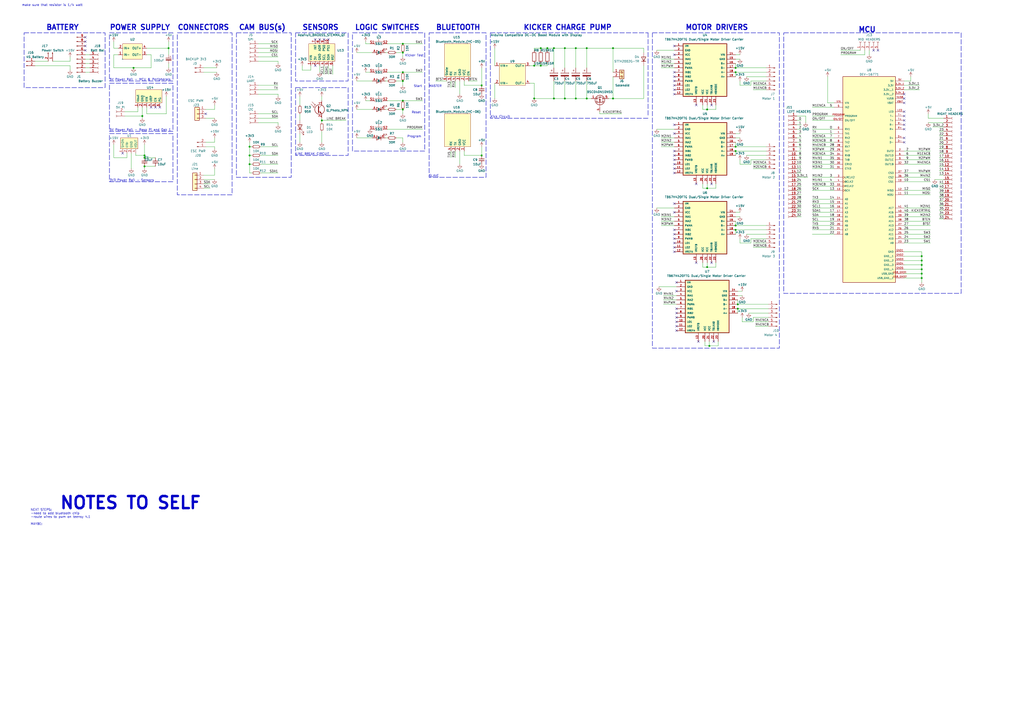
<source format=kicad_sch>
(kicad_sch (version 20230121) (generator eeschema)
  (paper "A2")
  (title_block (title "LINE 3.0 PCB") (date "2023-09-02") (rev "3.0") (company "Team Silverback"))
  (junction (at 83.82 91.44))
  (junction (at 233.68 25.4))
  (junction (at 410.21 63.5))
  (junction (at 83.82 96.52))
  (junction (at 233.68 46.99))
  (junction (at 534.67 158.75))
  (junction (at 355.6 57.15))
  (junction (at 233.68 41.91))
  (junction (at 321.31 57.15))
  (junction (at 426.72 87.63))
  (junction (at 534.67 161.29))
  (junction (at 327.66 27.94))
  (junction (at 313.69 27.94))
  (junction (at 427.99 179.07))
  (junction (at 534.67 151.13))
  (junction (at 321.31 27.94))
  (junction (at 355.6 27.94))
  (junction (at 233.68 58.42))
  (junction (at 426.72 39.37))
  (junction (at 77.47 39.37))
  (junction (at 410.21 109.22))
  (junction (at 411.48 200.66))
  (junction (at 309.88 57.15))
  (junction (at 327.66 57.15))
  (junction (at 334.01 57.15))
  (junction (at 97.79 27.94))
  (junction (at 233.68 63.5))
  (junction (at 426.72 85.09))
  (junction (at 427.99 176.53))
  (junction (at 279.4 49.53))
  (junction (at 233.68 30.48))
  (junction (at 534.67 156.21))
  (junction (at 82.55 67.31))
  (junction (at 186.69 69.85))
  (junction (at 83.82 90.17))
  (junction (at 426.72 130.81))
  (junction (at 309.88 38.1))
  (junction (at 279.4 90.17))
  (junction (at 410.21 154.94))
  (junction (at 144.78 90.17))
  (junction (at 340.36 57.15))
  (junction (at 334.01 27.94))
  (junction (at 534.67 153.67))
  (junction (at 534.67 148.59))
  (junction (at 313.69 38.1))
  (junction (at 317.5 27.94))
  (junction (at 144.78 95.25))
  (junction (at 144.78 85.09))
  (junction (at 340.36 27.94))
  (junction (at 426.72 133.35))
  (junction (at 426.72 41.91))
  (no_connect (at 391.16 123.19))
  (no_connect (at 391.16 146.05))
  (no_connect (at 391.16 138.43))
  (no_connect (at 391.16 26.67))
  (no_connect (at 405.13 198.12))
  (no_connect (at 414.02 198.12))
  (no_connect (at 391.16 95.25))
  (no_connect (at 391.16 143.51))
  (no_connect (at 391.16 46.99))
  (no_connect (at 391.16 133.35))
  (no_connect (at 524.51 57.15))
  (no_connect (at 524.51 59.69))
  (no_connect (at 49.53 24.13))
  (no_connect (at 391.16 41.91))
  (no_connect (at 392.43 189.23))
  (no_connect (at 119.38 66.04))
  (no_connect (at 403.86 106.68))
  (no_connect (at 524.51 54.61))
  (no_connect (at 49.53 29.21))
  (no_connect (at 391.16 54.61))
  (no_connect (at 391.16 72.39))
  (no_connect (at 182.88 22.86))
  (no_connect (at 392.43 179.07))
  (no_connect (at 524.51 74.93))
  (no_connect (at 392.43 181.61))
  (no_connect (at 392.43 163.83))
  (no_connect (at 391.16 52.07))
  (no_connect (at 391.16 87.63))
  (no_connect (at 391.16 97.79))
  (no_connect (at 524.51 69.85))
  (no_connect (at 403.86 152.4))
  (no_connect (at 391.16 77.47))
  (no_connect (at 391.16 135.89))
  (no_connect (at 92.71 62.23))
  (no_connect (at 524.51 82.55))
  (no_connect (at 524.51 67.31))
  (no_connect (at 182.88 38.1))
  (no_connect (at 87.63 62.23))
  (no_connect (at 71.12 88.9))
  (no_connect (at 412.75 152.4))
  (no_connect (at 391.16 44.45))
  (no_connect (at 392.43 184.15))
  (no_connect (at 524.51 64.77))
  (no_connect (at 187.96 22.86))
  (no_connect (at 412.75 106.68))
  (no_connect (at 391.16 31.75))
  (no_connect (at 509.27 29.21))
  (no_connect (at 391.16 140.97))
  (no_connect (at 391.16 49.53))
  (no_connect (at 190.5 22.86))
  (no_connect (at 392.43 168.91))
  (no_connect (at 392.43 191.77))
  (no_connect (at 391.16 100.33))
  (no_connect (at 185.42 22.86))
  (no_connect (at 524.51 80.01))
  (no_connect (at 403.86 60.96))
  (no_connect (at 391.16 92.71))
  (no_connect (at 506.73 29.21))
  (no_connect (at 524.51 72.39))
  (no_connect (at 391.16 90.17))
  (no_connect (at 392.43 186.69))
  (no_connect (at 49.53 21.59))
  (no_connect (at 412.75 60.96))
  (no_connect (at 90.17 62.23))
  (no_connect (at 49.53 26.67))
  (no_connect (at 391.16 118.11))
  (wire (pts (xy 87.63 31.75) (xy 85.09 31.75)))
  (wire (pts (xy 544.83 83.82) (xy 547.37 83.82)))
  (wire (pts (xy 287.02 27.94) (xy 287.02 38.1)))
  (wire (pts (xy 186.69 69.85) (xy 186.69 71.12)))
  (wire (pts (xy 544.83 91.44) (xy 547.37 91.44)))
  (wire (pts (xy 96.52 55.88) (xy 96.52 66.04)))
  (wire (pts (xy 40.64 33.02) (xy 40.64 35.56)))
  (wire (pts (xy 97.79 36.83) (xy 97.79 39.37)))
  (wire (pts (xy 426.72 87.63) (xy 426.72 90.17)))
  (wire (pts (xy 410.21 63.5) (xy 415.29 63.5)))
  (wire (pts (xy 266.7 46.99) (xy 266.7 54.61)))
  (wire (pts (xy 383.54 125.73) (xy 391.16 125.73)))
  (wire (pts (xy 119.38 68.58) (xy 124.46 68.58)))
  (wire (pts (xy 52.07 41.91) (xy 49.53 41.91)))
  (wire (pts (xy 80.01 62.23) (xy 80.01 64.77)))
  (wire (pts (xy 149.86 33.02) (xy 161.29 33.02)))
  (wire (pts (xy 544.83 127) (xy 547.37 127)))
  (wire (pts (xy 464.82 120.65) (xy 462.28 120.65)))
  (wire (pts (xy 383.54 34.29) (xy 391.16 34.29)))
  (wire (pts (xy 175.26 38.1) (xy 175.26 40.64)))
  (wire (pts (xy 435.61 92.71) (xy 435.61 95.25)))
  (wire (pts (xy 321.31 57.15) (xy 327.66 57.15)))
  (wire (pts (xy 415.29 106.68) (xy 415.29 109.22)))
  (wire (pts (xy 224.79 74.93) (xy 245.11 74.93)))
  (wire (pts (xy 462.28 67.31) (xy 467.36 67.31)))
  (wire (pts (xy 410.21 154.94) (xy 410.21 152.4)))
  (wire (pts (xy 78.74 90.17) (xy 83.82 90.17)))
  (wire (pts (xy 186.69 68.58) (xy 186.69 69.85)))
  (wire (pts (xy 151.13 85.09) (xy 161.29 85.09)))
  (wire (pts (xy 271.78 46.99) (xy 276.86 46.99)))
  (wire (pts (xy 66.04 27.94) (xy 68.58 27.94)))
  (wire (pts (xy 480.06 44.45) (xy 480.06 59.69)))
  (wire (pts (xy 544.83 86.36) (xy 547.37 86.36)))
  (wire (pts (xy 539.75 140.97) (xy 524.51 140.97)))
  (wire (pts (xy 544.83 96.52) (xy 547.37 96.52)))
  (wire (pts (xy 309.88 38.1) (xy 313.69 38.1)))
  (wire (pts (xy 544.83 101.6) (xy 547.37 101.6)))
  (wire (pts (xy 408.94 198.12) (xy 408.94 200.66)))
  (wire (pts (xy 471.17 62.23) (xy 483.87 62.23)))
  (wire (pts (xy 229.87 63.5) (xy 233.68 63.5)))
  (wire (pts (xy 173.99 66.04) (xy 173.99 69.85)))
  (wire (pts (xy 544.83 88.9) (xy 547.37 88.9)))
  (wire (pts (xy 124.46 82.55) (xy 124.46 80.01)))
  (wire (pts (xy 82.55 62.23) (xy 82.55 67.31)))
  (wire (pts (xy 464.82 82.55) (xy 462.28 82.55)))
  (wire (pts (xy 438.15 189.23) (xy 445.77 189.23)))
  (wire (pts (xy 269.24 87.63) (xy 269.24 90.17)))
  (wire (pts (xy 97.79 27.94) (xy 97.79 24.13)))
  (wire (pts (xy 464.82 69.85) (xy 462.28 69.85)))
  (wire (pts (xy 501.65 29.21) (xy 501.65 31.75)))
  (wire (pts (xy 146.05 95.25) (xy 144.78 95.25)))
  (wire (pts (xy 119.38 82.55) (xy 124.46 82.55)))
  (wire (pts (xy 49.53 34.29) (xy 52.07 34.29)))
  (wire (pts (xy 118.11 109.22) (xy 121.92 109.22)))
  (wire (pts (xy 471.17 118.11) (xy 483.87 118.11)))
  (wire (pts (xy 427.99 173.99) (xy 427.99 176.53)))
  (wire (pts (xy 383.54 128.27) (xy 391.16 128.27)))
  (wire (pts (xy 411.48 200.66) (xy 416.56 200.66)))
  (wire (pts (xy 118.11 41.91) (xy 125.73 41.91)))
  (wire (pts (xy 410.21 154.94) (xy 415.29 154.94)))
  (wire (pts (xy 269.24 49.53) (xy 279.4 49.53)))
  (wire (pts (xy 429.26 138.43) (xy 429.26 140.97)))
  (wire (pts (xy 464.82 85.09) (xy 462.28 85.09)))
  (wire (pts (xy 82.55 67.31) (xy 82.55 68.58)))
  (wire (pts (xy 524.51 87.63) (xy 539.75 87.63)))
  (wire (pts (xy 464.82 87.63) (xy 462.28 87.63)))
  (wire (pts (xy 436.88 95.25) (xy 444.5 95.25)))
  (wire (pts (xy 124.46 85.09) (xy 124.46 86.36)))
  (wire (pts (xy 124.46 104.14) (xy 118.11 104.14)))
  (wire (pts (xy 149.86 71.12) (xy 161.29 71.12)))
  (wire (pts (xy 544.83 124.46) (xy 547.37 124.46)))
  (wire (pts (xy 161.29 54.61) (xy 161.29 55.88)))
  (wire (pts (xy 471.17 125.73) (xy 483.87 125.73)))
  (wire (pts (xy 340.36 46.99) (xy 340.36 57.15)))
  (wire (pts (xy 471.17 82.55) (xy 483.87 82.55)))
  (wire (pts (xy 524.51 133.35) (xy 539.75 133.35)))
  (wire (pts (xy 524.51 113.03) (xy 539.75 113.03)))
  (wire (pts (xy 261.62 46.99) (xy 261.62 50.8)))
  (wire (pts (xy 49.53 31.75) (xy 52.07 31.75)))
  (wire (pts (xy 524.51 146.05) (xy 534.67 146.05)))
  (wire (pts (xy 118.11 39.37) (xy 125.73 39.37)))
  (wire (pts (xy 224.79 63.5) (xy 223.52 63.5)))
  (wire (pts (xy 445.77 184.15) (xy 436.88 184.15)))
  (wire (pts (xy 426.72 77.47) (xy 429.26 77.47)))
  (wire (pts (xy 426.72 85.09) (xy 444.5 85.09)))
  (wire (pts (xy 30.48 35.56) (xy 40.64 35.56)))
  (wire (pts (xy 73.66 88.9) (xy 73.66 91.44)))
  (wire (pts (xy 66.04 39.37) (xy 77.47 39.37)))
  (wire (pts (xy 149.86 25.4) (xy 161.29 25.4)))
  (wire (pts (xy 233.68 30.48) (xy 233.68 33.02)))
  (wire (pts (xy 427.99 179.07) (xy 427.99 181.61)))
  (wire (pts (xy 534.67 153.67) (xy 534.67 156.21)))
  (wire (pts (xy 340.36 27.94) (xy 355.6 27.94)))
  (wire (pts (xy 471.17 97.79) (xy 483.87 97.79)))
  (wire (pts (xy 83.82 83.82) (xy 83.82 90.17)))
  (wire (pts (xy 161.29 71.12) (xy 161.29 72.39)))
  (wire (pts (xy 464.82 74.93) (xy 462.28 74.93)))
  (wire (pts (xy 264.16 87.63) (xy 264.16 91.44)))
  (wire (pts (xy 426.72 133.35) (xy 426.72 135.89)))
  (wire (pts (xy 426.72 123.19) (xy 429.26 123.19)))
  (wire (pts (xy 269.24 90.17) (xy 279.4 90.17)))
  (wire (pts (xy 313.69 27.94) (xy 313.69 29.21)))
  (wire (pts (xy 144.78 82.55) (xy 144.78 85.09)))
  (wire (pts (xy 471.17 74.93) (xy 483.87 74.93)))
  (wire (pts (xy 464.82 80.01) (xy 462.28 80.01)))
  (wire (pts (xy 151.13 95.25) (xy 161.29 95.25)))
  (wire (pts (xy 464.82 92.71) (xy 462.28 92.71)))
  (wire (pts (xy 264.16 46.99) (xy 264.16 50.8)))
  (wire (pts (xy 427.99 176.53) (xy 445.77 176.53)))
  (wire (pts (xy 407.67 106.68) (xy 407.67 109.22)))
  (wire (pts (xy 524.51 138.43) (xy 539.75 138.43)))
  (wire (pts (xy 327.66 27.94) (xy 334.01 27.94)))
  (wire (pts (xy 464.82 90.17) (xy 462.28 90.17)))
  (wire (pts (xy 471.17 87.63) (xy 483.87 87.63)))
  (wire (pts (xy 186.69 55.88) (xy 186.69 58.42)))
  (wire (pts (xy 229.87 30.48) (xy 233.68 30.48)))
  (wire (pts (xy 309.88 38.1) (xy 309.88 36.83)))
  (wire (pts (xy 20.32 35.56) (xy 27.94 35.56)))
  (wire (pts (xy 307.34 38.1) (xy 309.88 38.1)))
  (wire (pts (xy 186.69 69.85) (xy 200.66 69.85)))
  (wire (pts (xy 538.48 68.58) (xy 538.48 66.04)))
  (wire (pts (xy 149.86 68.58) (xy 161.29 68.58)))
  (wire (pts (xy 408.94 200.66) (xy 411.48 200.66)))
  (wire (pts (xy 464.82 123.19) (xy 462.28 123.19)))
  (wire (pts (xy 544.83 99.06) (xy 547.37 99.06)))
  (wire (pts (xy 487.68 29.21) (xy 499.11 29.21)))
  (wire (pts (xy 407.67 60.96) (xy 407.67 63.5)))
  (wire (pts (xy 434.34 181.61) (xy 445.77 181.61)))
  (wire (pts (xy 52.07 36.83) (xy 49.53 36.83)))
  (wire (pts (xy 524.51 153.67) (xy 534.67 153.67)))
  (wire (pts (xy 340.36 57.15) (xy 342.9 57.15)))
  (wire (pts (xy 66.04 24.13) (xy 66.04 27.94)))
  (wire (pts (xy 544.83 121.92) (xy 547.37 121.92)))
  (wire (pts (xy 444.5 46.99) (xy 435.61 46.99)))
  (wire (pts (xy 72.39 64.77) (xy 80.01 64.77)))
  (wire (pts (xy 524.51 156.21) (xy 534.67 156.21)))
  (wire (pts (xy 229.87 46.99) (xy 233.68 46.99)))
  (wire (pts (xy 124.46 63.5) (xy 124.46 60.96)))
  (wire (pts (xy 119.38 63.5) (xy 124.46 63.5)))
  (wire (pts (xy 524.51 135.89) (xy 539.75 135.89)))
  (wire (pts (xy 214.63 41.91) (xy 212.09 41.91)))
  (wire (pts (xy 266.7 95.25) (xy 266.7 87.63)))
  (wire (pts (xy 334.01 27.94) (xy 340.36 27.94)))
  (wire (pts (xy 190.5 43.18) (xy 190.5 38.1)))
  (wire (pts (xy 471.17 90.17) (xy 483.87 90.17)))
  (wire (pts (xy 471.17 85.09) (xy 483.87 85.09)))
  (wire (pts (xy 467.36 67.31) (xy 467.36 71.12)))
  (wire (pts (xy 534.67 156.21) (xy 534.67 158.75)))
  (wire (pts (xy 524.51 123.19) (xy 539.75 123.19)))
  (wire (pts (xy 144.78 100.33) (xy 144.78 95.25)))
  (wire (pts (xy 261.62 87.63) (xy 261.62 91.44)))
  (wire (pts (xy 151.13 100.33) (xy 161.29 100.33)))
  (wire (pts (xy 410.21 109.22) (xy 410.21 106.68)))
  (wire (pts (xy 224.79 30.48) (xy 223.52 30.48)))
  (wire (pts (xy 524.51 95.25) (xy 539.75 95.25)))
  (wire (pts (xy 538.48 68.58) (xy 547.37 68.58)))
  (wire (pts (xy 429.26 92.71) (xy 429.26 95.25)))
  (wire (pts (xy 214.63 25.4) (xy 212.09 25.4)))
  (wire (pts (xy 321.31 27.94) (xy 327.66 27.94)))
  (polyline (pts (xy 375.92 19.05) (xy 375.92 67.31)) (stroke (width 0.25) (type dash)))
  (wire (pts (xy 224.79 41.91) (xy 233.68 41.91)))
  (wire (pts (xy 524.51 158.75) (xy 534.67 158.75)))
  (wire (pts (xy 83.82 96.52) (xy 90.17 96.52)))
  (wire (pts (xy 547.37 71.12) (xy 538.48 71.12)))
  (wire (pts (xy 524.51 128.27) (xy 539.75 128.27)))
  (wire (pts (xy 383.54 130.81) (xy 391.16 130.81)))
  (wire (pts (xy 544.83 111.76) (xy 547.37 111.76)))
  (wire (pts (xy 436.88 97.79) (xy 444.5 97.79)))
  (wire (pts (xy 20.32 38.1) (xy 40.64 38.1)))
  (wire (pts (xy 435.61 140.97) (xy 429.26 140.97)))
  (wire (pts (xy 68.58 31.75) (xy 66.04 31.75)))
  (wire (pts (xy 524.51 52.07) (xy 533.4 52.07)))
  (wire (pts (xy 334.01 57.15) (xy 340.36 57.15)))
  (wire (pts (xy 542.29 104.14) (xy 547.37 104.14)))
  (wire (pts (xy 83.82 96.52) (xy 83.82 97.79)))
  (wire (pts (xy 436.88 143.51) (xy 444.5 143.51)))
  (wire (pts (xy 66.04 31.75) (xy 66.04 39.37)))
  (wire (pts (xy 429.26 46.99) (xy 429.26 49.53)))
  (wire (pts (xy 471.17 133.35) (xy 483.87 133.35)))
  (wire (pts (xy 309.88 27.94) (xy 313.69 27.94)))
  (wire (pts (xy 487.68 31.75) (xy 501.65 31.75)))
  (wire (pts (xy 544.83 109.22) (xy 547.37 109.22)))
  (wire (pts (xy 544.83 81.28) (xy 547.37 81.28)))
  (wire (pts (xy 391.16 74.93) (xy 381 74.93)))
  (wire (pts (xy 83.82 91.44) (xy 90.17 91.44)))
  (wire (pts (xy 233.68 63.5) (xy 233.68 66.04)))
  (wire (pts (xy 355.6 27.94) (xy 373.38 27.94)))
  (wire (pts (xy 383.54 85.09) (xy 391.16 85.09)))
  (wire (pts (xy 504.19 29.21) (xy 504.19 31.75)))
  (wire (pts (xy 534.67 148.59) (xy 534.67 151.13)))
  (wire (pts (xy 347.98 64.77) (xy 347.98 66.04)))
  (wire (pts (xy 435.61 46.99) (xy 435.61 49.53)))
  (wire (pts (xy 233.68 58.42) (xy 245.11 58.42)))
  (wire (pts (xy 146.05 100.33) (xy 144.78 100.33)))
  (wire (pts (xy 524.51 46.99) (xy 528.32 46.99)))
  (wire (pts (xy 146.05 85.09) (xy 144.78 85.09)))
  (wire (pts (xy 77.47 39.37) (xy 87.63 39.37)))
  (wire (pts (xy 438.15 186.69) (xy 445.77 186.69)))
  (wire (pts (xy 464.82 110.49) (xy 462.28 110.49)))
  (wire (pts (xy 144.78 90.17) (xy 144.78 95.25)))
  (wire (pts (xy 78.74 90.17) (xy 78.74 88.9)))
  (wire (pts (xy 355.6 44.45) (xy 355.6 57.15)))
  (wire (pts (xy 180.34 40.64) (xy 175.26 40.64)))
  (wire (pts (xy 407.67 154.94) (xy 410.21 154.94)))
  (wire (pts (xy 524.51 100.33) (xy 539.75 100.33)))
  (wire (pts (xy 355.6 27.94) (xy 355.6 41.91)))
  (wire (pts (xy 464.82 100.33) (xy 462.28 100.33)))
  (wire (pts (xy 224.79 46.99) (xy 223.52 46.99)))
  (wire (pts (xy 464.82 118.11) (xy 462.28 118.11)))
  (wire (pts (xy 118.11 106.68) (xy 121.92 106.68)))
  (wire (pts (xy 410.21 63.5) (xy 410.21 60.96)))
  (wire (pts (xy 524.51 49.53) (xy 533.4 49.53)))
  (wire (pts (xy 464.82 115.57) (xy 462.28 115.57)))
  (wire (pts (xy 471.17 120.65) (xy 483.87 120.65)))
  (wire (pts (xy 471.17 92.71) (xy 483.87 92.71)))
  (wire (pts (xy 436.88 186.69) (xy 430.53 186.69)))
  (wire (pts (xy 149.86 66.04) (xy 161.29 66.04)))
  (wire (pts (xy 212.09 24.13) (xy 212.09 25.4)))
  (wire (pts (xy 524.51 125.73) (xy 539.75 125.73)))
  (wire (pts (xy 383.54 36.83) (xy 391.16 36.83)))
  (wire (pts (xy 173.99 77.47) (xy 173.99 82.55)))
  (wire (pts (xy 464.82 125.73) (xy 462.28 125.73)))
  (wire (pts (xy 464.82 97.79) (xy 462.28 97.79)))
  (wire (pts (xy 534.67 161.29) (xy 534.67 163.83)))
  (wire (pts (xy 471.17 115.57) (xy 483.87 115.57)))
  (wire (pts (xy 233.68 80.01) (xy 233.68 82.55)))
  (wire (pts (xy 373.38 57.15) (xy 355.6 57.15)))
  (wire (pts (xy 407.67 152.4) (xy 407.67 154.94)))
  (wire (pts (xy 426.72 87.63) (xy 444.5 87.63)))
  (wire (pts (xy 436.88 49.53) (xy 444.5 49.53)))
  (wire (pts (xy 427.99 168.91) (xy 430.53 168.91)))
  (wire (pts (xy 426.72 39.37) (xy 444.5 39.37)))
  (wire (pts (xy 151.13 90.17) (xy 161.29 90.17)))
  (wire (pts (xy 462.28 102.87) (xy 468.63 102.87)))
  (wire (pts (xy 334.01 46.99) (xy 334.01 57.15)))
  (wire (pts (xy 391.16 29.21) (xy 381 29.21)))
  (wire (pts (xy 471.17 67.31) (xy 483.87 67.31)))
  (wire (pts (xy 471.17 128.27) (xy 483.87 128.27)))
  (wire (pts (xy 383.54 80.01) (xy 391.16 80.01)))
  (wire (pts (xy 524.51 90.17) (xy 539.75 90.17)))
  (wire (pts (xy 524.51 161.29) (xy 534.67 161.29)))
  (wire (pts (xy 146.05 90.17) (xy 144.78 90.17)))
  (wire (pts (xy 229.87 80.01) (xy 233.68 80.01)))
  (wire (pts (xy 433.07 90.17) (xy 444.5 90.17)))
  (wire (pts (xy 410.21 109.22) (xy 415.29 109.22)))
  (wire (pts (xy 373.38 27.94) (xy 373.38 30.48)))
  (wire (pts (xy 313.69 27.94) (xy 317.5 27.94)))
  (wire (pts (xy 411.48 200.66) (xy 411.48 198.12)))
  (wire (pts (xy 436.88 52.07) (xy 444.5 52.07)))
  (wire (pts (xy 416.56 198.12) (xy 416.56 200.66)))
  (wire (pts (xy 207.01 46.99) (xy 215.9 46.99)))
  (wire (pts (xy 464.82 105.41) (xy 462.28 105.41)))
  (wire (pts (xy 118.11 101.6) (xy 124.46 101.6)))
  (wire (pts (xy 317.5 27.94) (xy 321.31 27.94)))
  (wire (pts (xy 224.79 25.4) (xy 233.68 25.4)))
  (wire (pts (xy 471.17 102.87) (xy 483.87 102.87)))
  (wire (pts (xy 40.64 40.64) (xy 40.64 38.1)))
  (wire (pts (xy 471.17 77.47) (xy 483.87 77.47)))
  (wire (pts (xy 149.86 35.56) (xy 161.29 35.56)))
  (wire (pts (xy 144.78 85.09) (xy 144.78 90.17)))
  (wire (pts (xy 544.83 78.74) (xy 547.37 78.74)))
  (wire (pts (xy 426.72 34.29) (xy 429.26 34.29)))
  (wire (pts (xy 444.5 92.71) (xy 435.61 92.71)))
  (wire (pts (xy 327.66 27.94) (xy 327.66 39.37)))
  (wire (pts (xy 269.24 46.99) (xy 269.24 49.53)))
  (wire (pts (xy 72.39 67.31) (xy 82.55 67.31)))
  (wire (pts (xy 340.36 27.94) (xy 340.36 39.37)))
  (wire (pts (xy 85.09 62.23) (xy 85.09 66.04)))
  (wire (pts (xy 471.17 123.19) (xy 483.87 123.19)))
  (wire (pts (xy 471.17 110.49) (xy 483.87 110.49)))
  (wire (pts (xy 544.83 106.68) (xy 547.37 106.68)))
  (wire (pts (xy 426.72 31.75) (xy 429.26 31.75)))
  (wire (pts (xy 279.4 49.53) (xy 279.4 39.37)))
  (wire (pts (xy 471.17 95.25) (xy 483.87 95.25)))
  (wire (pts (xy 76.2 88.9) (xy 76.2 97.79)))
  (wire (pts (xy 534.67 146.05) (xy 534.67 148.59)))
  (wire (pts (xy 483.87 59.69) (xy 480.06 59.69)))
  (wire (pts (xy 427.99 171.45) (xy 430.53 171.45)))
  (wire (pts (xy 313.69 38.1) (xy 317.5 38.1)))
  (polyline (pts (xy 284.48 19.05) (xy 284.48 68.58)) (stroke (width 0.25) (type dash)))
  (wire (pts (xy 534.67 158.75) (xy 534.67 161.29)))
  (wire (pts (xy 426.72 133.35) (xy 444.5 133.35)))
  (wire (pts (xy 317.5 38.1) (xy 317.5 36.83)))
  (wire (pts (xy 66.04 91.44) (xy 66.04 83.82)))
  (wire (pts (xy 391.16 120.65) (xy 381 120.65)))
  (wire (pts (xy 309.88 57.15) (xy 321.31 57.15)))
  (wire (pts (xy 193.04 43.18) (xy 193.04 38.1)))
  (wire (pts (xy 287.02 48.26) (xy 287.02 57.15)))
  (wire (pts (xy 435.61 95.25) (xy 429.26 95.25)))
  (wire (pts (xy 252.73 46.99) (xy 259.08 46.99)))
  (wire (pts (xy 187.96 43.18) (xy 187.96 38.1)))
  (wire (pts (xy 279.4 85.09) (xy 279.4 90.17)))
  (wire (pts (xy 426.72 41.91) (xy 444.5 41.91)))
  (wire (pts (xy 327.66 46.99) (xy 327.66 57.15)))
  (wire (pts (xy 149.86 54.61) (xy 161.29 54.61)))
  (wire (pts (xy 524.51 102.87) (xy 539.75 102.87)))
  (wire (pts (xy 347.98 66.04) (xy 360.68 66.04)))
  (wire (pts (xy 321.31 46.99) (xy 321.31 57.15)))
  (wire (pts (xy 307.34 48.26) (xy 309.88 48.26)))
  (wire (pts (xy 544.83 93.98) (xy 547.37 93.98)))
  (wire (pts (xy 426.72 82.55) (xy 426.72 85.09)))
  (wire (pts (xy 426.72 41.91) (xy 426.72 44.45)))
  (wire (pts (xy 87.63 39.37) (xy 87.63 31.75)))
  (wire (pts (xy 433.07 135.89) (xy 444.5 135.89)))
  (wire (pts (xy 426.72 128.27) (xy 426.72 130.81)))
  (wire (pts (xy 214.63 58.42) (xy 212.09 58.42)))
  (wire (pts (xy 73.66 91.44) (xy 66.04 91.44)))
  (wire (pts (xy 524.51 92.71) (xy 539.75 92.71)))
  (wire (pts (xy 426.72 36.83) (xy 426.72 39.37)))
  (wire (pts (xy 384.81 171.45) (xy 392.43 171.45)))
  (wire (pts (xy 317.5 27.94) (xy 317.5 29.21)))
  (wire (pts (xy 464.82 113.03) (xy 462.28 113.03)))
  (wire (pts (xy 124.46 97.79) (xy 124.46 101.6)))
  (wire (pts (xy 427.99 179.07) (xy 445.77 179.07)))
  (wire (pts (xy 85.09 66.04) (xy 96.52 66.04)))
  (wire (pts (xy 373.38 38.1) (xy 373.38 57.15)))
  (wire (pts (xy 528.32 46.99) (xy 528.32 44.45)))
  (wire (pts (xy 334.01 27.94) (xy 334.01 39.37)))
  (wire (pts (xy 52.07 39.37) (xy 49.53 39.37)))
  (wire (pts (xy 327.66 57.15) (xy 334.01 57.15)))
  (wire (pts (xy 524.51 151.13) (xy 534.67 151.13)))
  (wire (pts (xy 433.07 44.45) (xy 444.5 44.45)))
  (wire (pts (xy 233.68 46.99) (xy 233.68 49.53)))
  (wire (pts (xy 471.17 105.41) (xy 483.87 105.41)))
  (wire (pts (xy 524.51 105.41) (xy 539.75 105.41)))
  (wire (pts (xy 524.51 148.59) (xy 534.67 148.59)))
  (wire (pts (xy 180.34 38.1) (xy 180.34 40.64)))
  (wire (pts (xy 185.42 38.1) (xy 185.42 41.91)))
  (wire (pts (xy 207.01 30.48) (xy 215.9 30.48)))
  (wire (pts (xy 149.86 30.48) (xy 161.29 30.48)))
  (wire (pts (xy 426.72 125.73) (xy 429.26 125.73)))
  (wire (pts (xy 407.67 63.5) (xy 410.21 63.5)))
  (wire (pts (xy 233.68 25.4) (xy 245.11 25.4)))
  (wire (pts (xy 426.72 80.01) (xy 429.26 80.01)))
  (polyline (pts (xy 284.48 19.05) (xy 375.92 19.05)) (stroke (width 0.25) (type dash)))
  (wire (pts (xy 85.09 27.94) (xy 97.79 27.94)))
  (wire (pts (xy 544.83 119.38) (xy 547.37 119.38)))
  (wire (pts (xy 83.82 91.44) (xy 83.82 90.17)))
  (wire (pts (xy 471.17 69.85) (xy 483.87 69.85)))
  (wire (pts (xy 309.88 29.21) (xy 309.88 27.94)))
  (wire (pts (xy 353.06 57.15) (xy 355.6 57.15)))
  (wire (pts (xy 149.86 27.94) (xy 161.29 27.94)))
  (wire (pts (xy 544.83 114.3) (xy 547.37 114.3)))
  (wire (pts (xy 173.99 55.88) (xy 173.99 60.96)))
  (wire (pts (xy 149.86 49.53) (xy 161.29 49.53)))
  (wire (pts (xy 407.67 109.22) (xy 410.21 109.22)))
  (wire (pts (xy 215.9 80.01) (xy 207.01 80.01)))
  (wire (pts (xy 233.68 41.91) (xy 245.11 41.91)))
  (wire (pts (xy 186.69 76.2) (xy 186.69 82.55)))
  (wire (pts (xy 524.51 110.49) (xy 539.75 110.49)))
  (wire (pts (xy 313.69 36.83) (xy 313.69 38.1)))
  (wire (pts (xy 471.17 80.01) (xy 483.87 80.01)))
  (wire (pts (xy 471.17 107.95) (xy 483.87 107.95)))
  (wire (pts (xy 464.82 72.39) (xy 462.28 72.39)))
  (wire (pts (xy 435.61 138.43) (xy 435.61 140.97)))
  (wire (pts (xy 541.02 73.66) (xy 547.37 73.66)))
  (wire (pts (xy 435.61 49.53) (xy 429.26 49.53)))
  (wire (pts (xy 384.81 173.99) (xy 392.43 173.99)))
  (wire (pts (xy 161.29 35.56) (xy 161.29 36.83)))
  (wire (pts (xy 149.86 52.07) (xy 161.29 52.07)))
  (wire (pts (xy 544.83 116.84) (xy 547.37 116.84)))
  (wire (pts (xy 464.82 107.95) (xy 462.28 107.95)))
  (wire (pts (xy 97.79 31.75) (xy 97.79 27.94)))
  (wire (pts (xy 524.51 130.81) (xy 539.75 130.81)))
  (wire (pts (xy 384.81 176.53) (xy 392.43 176.53)))
  (wire (pts (xy 444.5 138.43) (xy 435.61 138.43)))
  (wire (pts (xy 309.88 48.26) (xy 309.88 57.15)))
  (wire (pts (xy 224.79 58.42) (xy 233.68 58.42)))
  (wire (pts (xy 524.51 120.65) (xy 539.75 120.65)))
  (wire (pts (xy 415.29 60.96) (xy 415.29 63.5)))
  (wire (pts (xy 471.17 135.89) (xy 483.87 135.89)))
  (wire (pts (xy 534.67 151.13) (xy 534.67 153.67)))
  (polyline (pts (xy 375.92 68.58) (xy 284.48 68.58)) (stroke (width 0.25) (type dash)))
  (wire (pts (xy 436.88 184.15) (xy 436.88 186.69)))
  (wire (pts (xy 415.29 152.4) (xy 415.29 154.94)))
  (wire (pts (xy 224.79 80.01) (xy 223.52 80.01)))
  (wire (pts (xy 383.54 82.55) (xy 391.16 82.55)))
  (wire (pts (xy 383.54 39.37) (xy 391.16 39.37)))
  (wire (pts (xy 464.82 95.25) (xy 462.28 95.25)))
  (wire (pts (xy 436.88 140.97) (xy 444.5 140.97)))
  (wire (pts (xy 464.82 77.47) (xy 462.28 77.47)))
  (wire (pts (xy 544.83 76.2) (xy 547.37 76.2)))
  (wire (pts (xy 426.72 130.81) (xy 444.5 130.81)))
  (wire (pts (xy 321.31 39.37) (xy 321.31 27.94)))
  (wire (pts (xy 119.38 85.09) (xy 124.46 85.09)))
  (wire (pts (xy 207.01 63.5) (xy 215.9 63.5)))
  (wire (pts (xy 392.43 166.37) (xy 382.27 166.37)))
  (wire (pts (xy 471.17 130.81) (xy 483.87 130.81)))
  (wire (pts (xy 430.53 184.15) (xy 430.53 186.69)))
  (rectangle (start 171.45 50.8) (end 201.93 90.17) (stroke (width 0.254) (type dash)))
  (rectangle (start 454.66 19.05) (end 557.53 170.18) (stroke (width 0.254) (type dash)))
  (rectangle (start 13.97 19.05) (end 60.96 50.8) (stroke (width 0.254) (type dash)))
  (rectangle (start 63.5 19.05) (end 100.33 46.99) (stroke (width 0.254) (type dash)))
  (rectangle (start 63.5 48.26) (end 100.33 76.2) (stroke (width 0.254) (type dash)))
  (rectangle (start 378.46 19.05) (end 452.12 201.93) (stroke (width 0.254) (type dash)))
  (rectangle (start 63.5 77.47) (end 100.33 105.41) (stroke (width 0.254) (type dash)))
  (rectangle (start 171.45 19.05) (end 201.93 46.99) (stroke (width 0.254) (type dash)))
  (rectangle (start 137.16 19.05) (end 168.91 102.87) (stroke (width 0.254) (type dash)))
  (rectangle (start 204.47 19.05) (end 246.38 87.63) (stroke (width 0.254) (type dash)))
  (rectangle (start 102.87 19.05) (end 134.62 113.03) (stroke (width 0.254) (type dash)))
  (rectangle (start 248.92 19.05) (end 281.94 102.87) (stroke (width 0.254) (type dash)))
  (text "Program" (at 236.22 80.01 0) (effects (font (size 1.27 1.27)) (justify left bottom)))
  (text "NOTES TO SELF" (at 34.29 295.91 0) (effects (font (size 7 7) (thickness 1.4) bold) (justify left bottom)))
  (text "NEXT STEPS:\n-need to add bluetooth chip\n-route wires to pwm on teensy 4.1\n\nMAYBE:\n" (at 17.78 304.8 0) (effects (font (size 1.27 1.27)) (justify left bottom)))
  (text "Kicker Test" (at 234.95 33.02 0) (effects (font (size 1.27 1.27)) (justify left bottom)))
  (text "CONNECTORS" (at 102.87 17.78 0) (effects (font (size 3 3) (thickness 0.6) bold) (justify left bottom)))
  (text "BATTERY" (at 26.67 17.78 0) (effects (font (size 3 3) (thickness 0.6) bold) (justify left bottom)))
  (text "SLAVE" (at 248.92 102.87 0) (effects (font (size 1.27 1.27)) (justify left bottom)))
  (text "POWER SUPPLY" (at 63.5 17.78 0) (effects (font (size 3 3) (thickness 0.6) bold) (justify left bottom)))
  (text "SENSORS" (at 175.26 17.78 0) (effects (font (size 3 3) (thickness 0.6) bold) (justify left bottom)))
  (text "make sure that resistor is 1/4 watt" (at 12.7 3.81 0) (effects (font (size 1.27 1.27)) (justify left bottom)))
  (text "LINE BREAK CIRCUIT" (at 171.45 90.17 0) (effects (font (size 1.27 1.27)) (justify left bottom)))
  (text "5V Power Rail - Rasp Pi and Oak 1" (at 63.5 76.2 0) (effects (font (size 1.27 1.27)) (justify left bottom)))
  (text "MASTER" (at 248.92 50.8 0) (effects (font (size 1.27 1.27)) (justify left bottom)))
  (text "Start" (at 240.03 50.8 0) (effects (font (size 1.27 1.27)) (justify left bottom)))
  (text "Reset" (at 238.76 66.04 0) (effects (font (size 1.27 1.27)) (justify left bottom)))
  (text "Kick Circuit" (at 284.48 68.58 0) (effects (font (size 1.27 1.27)) (justify left bottom)))
  (text "LOGIC SWITCHES" (at 205.74 17.78 0) (effects (font (size 3 3) (thickness 0.6) bold) (justify left bottom)))
  (text "BLUETOOTH" (at 252.73 17.78 0) (effects (font (size 3 3) (thickness 0.6) bold) (justify left bottom)))
  (text "MCU " (at 497.84 19.05 0) (effects (font (size 3 3) (thickness 0.6) bold) (justify left bottom)))
  (text "KICKER CHARGE PUMP" (at 303.53 17.78 0) (effects (font (size 3 3) (thickness 0.6) bold) (justify left bottom)))
  (text "5V Power Rail - MCU & Peripherals" (at 63.5 46.99 0) (effects (font (size 1.27 1.27)) (justify left bottom)))
  (text "CAM BUS(s)" (at 138.43 17.78 0) (effects (font (size 3 3) (thickness 0.6) bold) (justify left bottom)))
  (text "3V3 Power Rail - Sensors" (at 63.5 105.41 0) (effects (font (size 1.27 1.27)) (justify left bottom)))
  (text "MOTOR DRIVERS" (at 397.51 17.78 0) (effects (font (size 3 3) (thickness 0.6) bold) (justify left bottom)))
  (label "M4ENCA" (at 539.75 95.25 180))
  (label "11" (at 527.05 113.03 180))
  (label "11" (at 464.82 97.79 180))
  (label "MISO" (at 161.29 27.94 180))
  (label "16" (at 481.33 120.65 0))
  (label "30" (at 481.33 95.25 0))
  (label "PROGRAM" (at 487.68 31.75 0))
  (label "0" (at 464.82 69.85 180))
  (label "SW1" (at 539.75 140.97 180))
  (label "M1PWM" (at 383.54 39.37 0))
  (label "M3ENCA" (at 436.88 140.97 0))
  (label "SCK" (at 161.29 25.4 180))
  (label "9" (at 527.05 92.71 180))
  (label "BTST" (at 539.75 130.81 180))
  (label "6" (at 464.82 85.09 180))
  (label "25" (at 527.05 135.89 180))
  (label "22" (at 544.83 78.74 0))
  (label "M2ENCA" (at 436.88 95.25 0))
  (label "SDA" (at 471.17 125.73 0))
  (label "7" (at 464.82 87.63 180))
  (label "19" (at 481.33 128.27 0))
  (label "36" (at 544.83 119.38 0))
  (label "MOSI" (at 539.75 113.03 180))
  (label "M3ENCB" (at 471.17 107.95 0))
  (label "0" (at 481.33 74.93 0))
  (label "SDA1" (at 190.5 43.18 90))
  (label "M1IN2" (at 383.54 36.83 0))
  (label "BTST" (at 252.73 46.99 0))
  (label "M4IN2" (at 384.81 173.99 0))
  (label "M1ENCA" (at 436.88 49.53 0))
  (label "M2PWM" (at 539.75 92.71 180))
  (label "36" (at 527.05 102.87 180))
  (label "26" (at 527.05 133.35 180))
  (label "M3IN1" (at 383.54 125.73 0))
  (label "MOSI" (at 161.29 30.48 180))
  (label "28" (at 464.82 115.57 180))
  (label "17" (at 481.33 123.19 0))
  (label "M3PWM" (at 471.17 87.63 0))
  (label "8" (at 481.33 82.55 0))
  (label "41" (at 544.83 106.68 0))
  (label "38" (at 527.05 128.27 180))
  (label "ON{slash}OFF" (at 487.68 29.21 0))
  (label "41" (at 527.05 120.65 180))
  (label "M1IN1" (at 471.17 105.41 0))
  (label "40" (at 527.05 123.19 180))
  (label "25" (at 464.82 107.95 180))
  (label "M4PWM" (at 384.81 176.53 0))
  (label "PROGRAM" (at 471.17 67.31 0))
  (label "M2ENCA" (at 471.17 80.01 0))
  (label "LINE BREAK" (at 200.66 69.85 180))
  (label "12" (at 464.82 100.33 180))
  (label "29" (at 464.82 118.11 180))
  (label "SCL1" (at 471.17 120.65 0))
  (label "M2IN1" (at 383.54 80.01 0))
  (label "M2IN2" (at 383.54 82.55 0))
  (label "RX" (at 161.29 49.53 180))
  (label "RX3" (at 471.17 118.11 0))
  (label "18" (at 544.83 88.9 0))
  (label "MISO" (at 539.75 110.49 180))
  (label "33" (at 544.83 127 0))
  (label "19" (at 544.83 86.36 0))
  (label "39" (at 544.83 111.76 0))
  (label "16" (at 544.83 93.98 0))
  (label "14" (at 481.33 115.57 0))
  (label "M3IN2" (at 383.54 128.27 0))
  (label "31" (at 481.33 97.79 0))
  (label "2" (at 527.05 87.63 180))
  (label "1" (at 481.33 77.47 0))
  (label "SW3" (at 245.11 58.42 180))
  (label "32" (at 527.05 95.25 180))
  (label "M1PWM" (at 539.75 87.63 180))
  (label "SW1" (at 245.11 25.4 180))
  (label "9" (at 464.82 92.71 180))
  (label "34" (at 481.33 90.17 0))
  (label "3.3V_1" (at 468.63 102.87 180))
  (label "27" (at 527.05 130.81 180))
  (label "15" (at 481.33 118.11 0))
  (label "SCL" (at 121.92 109.22 180))
  (label "M1IN2" (at 471.17 102.87 0))
  (label "M1ENCB" (at 539.75 90.17 180))
  (label "M3PWM" (at 383.54 130.81 0))
  (label "30" (at 464.82 120.65 180))
  (label "SDA" (at 161.29 90.17 180))
  (label "21" (at 481.33 133.35 0))
  (label "12" (at 527.05 110.49 180))
  (label "SDA1" (at 471.17 123.19 0))
  (label "38" (at 544.83 114.3 0))
  (label "M1IN1" (at 383.54 34.29 0))
  (label "PROGRAM" (at 245.11 74.93 180))
  (label "KICKERTRIG" (at 539.75 123.19 180))
  (label "21" (at 544.83 81.28 0))
  (label "M2IN2" (at 539.75 125.73 180))
  (label "10" (at 527.05 105.41 180))
  (label "20" (at 544.83 83.82 0))
  (label "40" (at 544.83 109.22 0))
  (label "24" (at 464.82 105.41 180))
  (label "29" (at 481.33 87.63 0))
  (label "SW3" (at 539.75 135.89 180))
  (label "22" (at 481.33 135.89 0))
  (label "M4ENCB" (at 438.15 189.23 0))
  (label "M2ENCB" (at 436.88 97.79 0))
  (label "13" (at 481.33 110.49 0))
  (label "SCL" (at 471.17 128.27 0))
  (label "M1ENCA" (at 471.17 62.23 0))
  (label "35" (at 544.83 121.92 0))
  (label "M2ENCB" (at 471.17 82.55 0))
  (label "33" (at 481.33 107.95 0))
  (label "M4IN1" (at 384.81 171.45 0))
  (label "20" (at 481.33 130.81 0))
  (label "SCL1" (at 161.29 95.25 180))
  (label "M3IN1" (at 471.17 95.25 0))
  (label "M4ENCB" (at 471.17 85.09 0))
  (label "BTEN" (at 276.86 46.99 180))
  (label "31" (at 464.82 123.19 180))
  (label "SCL1" (at 187.96 43.18 90))
  (label "3.3V_2" (at 533.4 52.07 180))
  (label "37" (at 544.83 116.84 0))
  (label "3.3V_2" (at 541.02 73.66 0))
  (label "M4IN2" (at 539.75 102.87 180))
  (label "SCL" (at 161.29 66.04 180))
  (label "1" (at 464.82 72.39 180))
  (label "M1ENCB" (at 436.88 52.07 0))
  (label "13" (at 544.83 101.6 0))
  (label "37" (at 527.05 100.33 180))
  (label "4" (at 464.82 80.01 180))
  (label "35" (at 481.33 92.71 0))
  (label "SW2" (at 539.75 138.43 180))
  (label "RX3" (at 264.16 50.8 90))
  (label "5" (at 481.33 62.23 0))
  (label "M3IN2" (at 471.17 97.79 0))
  (label "34" (at 544.83 124.46 0))
  (label "RX5" (at 264.16 91.44 90))
  (label "M2PWM" (at 383.54 85.09 0))
  (label "27" (at 464.82 113.03 180))
  (label "M2IN1" (at 539.75 120.65 180))
  (label "8" (at 464.82 90.17 180))
  (label "M3ENCB" (at 436.88 143.51 0))
  (label "5" (at 464.82 82.55 180))
  (label "KICKERTRIG" (at 360.68 66.04 180))
  (label "SDA" (at 121.92 106.68 180))
  (label "CS1" (at 539.75 105.41 180))
  (label "15" (at 544.83 96.52 0))
  (label "TX" (at 161.29 52.07 180))
  (label "M4IN1" (at 471.17 92.71 0))
  (label "TX" (at 471.17 77.47 0))
  (label "32" (at 464.82 125.73 180))
  (label "SW2" (at 245.11 41.91 180))
  (label "3.3V_1" (at 533.4 49.53 180))
  (label "RX5" (at 471.17 133.35 0))
  (label "SCL" (at 161.29 85.09 180))
  (label "TX3" (at 261.62 50.8 90))
  (label "M4PWM" (at 539.75 100.33 180))
  (label "SCK" (at 471.17 110.49 0))
  (label "39" (at 527.05 125.73 180))
  (label "23" (at 544.83 76.2 0))
  (label "TX3" (at 471.17 115.57 0))
  (label "3" (at 481.33 102.87 0))
  (label "4" (at 481.33 105.41 0))
  (label "23" (at 527.05 140.97 180))
  (label "7" (at 481.33 80.01 0))
  (label "TX5" (at 471.17 130.81 0))
  (label "14" (at 544.83 99.06 0))
  (label "3" (at 464.82 77.47 180))
  (label "RX" (at 471.17 74.93 0))
  (label "2" (at 464.82 74.93 180))
  (label "26" (at 464.82 110.49 180))
  (label "M4ENCA" (at 438.15 186.69 0))
  (label "SDA" (at 161.29 68.58 180))
  (label "M3ENCA" (at 471.17 90.17 0))
  (label "ON{slash}OFF" (at 471.17 69.85 0))
  (label "TX5" (at 261.62 91.44 90))
  (label "10" (at 464.82 95.25 180))
  (label "SDA1" (at 161.29 100.33 180))
  (label "28" (at 481.33 85.09 0))
  (label "CS1" (at 161.29 33.02 180))
  (label "17" (at 544.83 91.44 0))
  (label "RST" (at 193.04 43.18 90))
  (label "18" (at 481.33 125.73 0))
  (label "24" (at 527.05 138.43 180))
  (label "6" (at 527.05 90.17 180))
  (label "BTEN" (at 539.75 128.27 180))
  (symbol (lib_id "power:+5V") (at 538.48 66.04 0) (unit 1)
    (property "Reference" "#PWR090" (effects hide))
    (property "Value" "+5V" (at 538.48 62.23 0))
  )
  (symbol (lib_id "power:+15V") (at 40.64 33.02 0) (unit 1)
    (property "Reference" "#PWR022" (effects hide))
    (property "Value" "+15V" (at 40.64 29.21 0))
  )
  (symbol (lib_name "GND_1") (lib_id "power:GND") (at 434.34 181.61 0) (mirror y) (unit 1)
    (property "Reference" "#PWR082" (effects hide))
    (property "Value" "GND" (at 434.34 185.42 0))
  )
  (symbol (lib_name "+5V_3") (lib_id "power:+5V") (at 207.01 46.99 0) (unit 1)
    (property "Reference" "#PWR032" (effects hide))
    (property "Value" "+5V" (at 207.01 43.18 0))
  )
  (symbol (lib_id "power:GND") (at 161.29 36.83 0) (unit 1)
    (property "Reference" "#PWR011" (effects hide))
    (property "Value" "GND" (at 161.29 40.64 0))
  )
  (symbol (lib_name "+5V_3") (lib_id "power:+5V") (at 279.4 39.37 0) (unit 1)
    (property "Reference" "#PWR046" (effects hide))
    (property "Value" "+5V" (at 279.4 35.56 0))
  )
  (symbol (lib_id "Device:Q_Photo_NPN") (at 184.15 63.5 0) (unit 1)
    (property "Reference" "Q2" (at 189.23 61.4807 0) (effects (justify left)))
    (property "Value" "Q_Photo_NPN" (at 189.23 64.0207 0) (effects (justify left)))
    (property "Footprint" "LED_THT:LED_D3.0mm" (effects hide))
  )
  (symbol (lib_id "power:GND") (at 233.68 49.53 0) (unit 1)
    (property "Reference" "#PWR010" (effects hide))
    (property "Value" "GND" (at 233.68 53.34 0))
  )
  (symbol (lib_name "GND_1") (lib_id "power:GND") (at 381 120.65 0) (unit 1)
    (property "Reference" "#PWR065" (effects hide))
    (property "Value" "GND" (at 381 124.46 0))
  )
  (symbol (lib_name "GND_1") (lib_id "power:GND") (at 429.26 125.73 0) (mirror y) (unit 1)
    (property "Reference" "#PWR074" (effects hide))
    (property "Value" "GND" (at 429.26 129.54 0))
  )
  (symbol (lib_id "power:GND") (at 504.19 31.75 0) (unit 1)
    (property "Reference" "#PWR092" (effects hide))
    (property "Value" "GND" (at 504.19 35.56 0))
  )
  (symbol (lib_id "Connector:Conn_01x09_Pin") (at 44.45 31.75 0) (mirror x) (unit 1)
    (property "Reference" "J1" (at 46.99 44.45 0) (effects (justify right)))
    (property "Value" "Battery Buzzer" (at 59.69 46.99 0) (effects (justify right)))
    (property "Footprint" "Connector_PinHeader_2.54mm:PinHeader_1x09_P2.54mm_Vertical" (effects hide))
  )
  (symbol (lib_id "Connector:Conn_01x05_Socket") (at 504.19 24.13 90) (unit 1)
    (property "Reference" "J13" (at 504.19 20.32 90))
    (property "Value" "MID HEADERS" (at 504.19 22.86 90))
    (property "Footprint" "Connector_PinHeader_2.54mm:PinHeader_1x05_P2.54mm_Vertical" (effects hide))
  )
  (symbol (lib_id "Adafruit BNO055 STEMMA QT:Adafruit_BNO055_STEMMA_QT") (at 186.69 30.48 0) (unit 1)
    (property "Reference" "U13" (at 195.58 29.2099 0) (effects (justify left)))
    (property "Value" "Adafruit_BNO055_STEMMA_QT" (at 172.72 20.32 0) (effects (justify left)))
    (property "Footprint" "2.3 PCBs:Adafruit IMU BNO055" (effects hide))
  )
  (symbol (lib_id "Device:R_Small") (at 173.99 63.5 0) (unit 1)
    (property "Reference" "R13" (at 176.53 62.23 0) (effects (justify left)))
    (property "Value" "95R" (at 176.53 64.77 0) (effects (justify left)))
    (property "Footprint" "Resistor_SMD:R_0805_2012Metric" (effects hide))
  )
  (symbol (lib_id "Switch:CherryMX_LED") (at 219.71 77.47 0) (unit 1)
    (property "Reference" "U12" (at 219.71 71.12 0))
    (property "Value" "~" (at 219.71 69.85 0))
    (property "Footprint" "Button_Switch_Keyboard:SW_Cherry_MX_3mmLED" (effects hide))
  )
  (symbol (lib_id "Device:C_Polarized_Small") (at 97.79 34.29 0) (mirror y) (unit 1)
    (property "Reference" "C2" (at 95.25 32.4739 0) (effects (justify left)))
    (property "Value" "100uF" (at 95.25 35.0139 0) (effects (justify left)))
    (property "Footprint" "Capacitor_THT:CP_Radial_D10.0mm_P5.00mm" (effects hide))
  )
  (symbol (lib_id "power:GND") (at 266.7 54.61 0) (unit 1)
    (property "Reference" "#PWR047" (effects hide))
    (property "Value" "GND" (at 266.7 58.42 0))
  )
  (symbol (lib_id "power:GND") (at 185.42 41.91 0) (unit 1)
    (property "Reference" "#PWR019" (effects hide))
    (property "Value" "GND" (at 185.42 45.72 0))
  )
  (symbol (lib_id "Connector:Conn_01x02_Pin") (at 114.3 85.09 0) (mirror x) (unit 1)
    (property "Reference" "J20" (at 113.03 90.17 0) (effects (justify left)))
    (property "Value" "ESC PWR" (at 110.49 87.63 0) (effects (justify left)))
    (property "Footprint" "Connector_Wire:SolderWire-0.5sqmm_1x02_P4.6mm_D0.9mm_OD2.1mm" (effects hide))
  )
  (symbol (lib_id "Connector:Conn_01x06_Pin") (at 449.58 44.45 0) (mirror y) (unit 1)
    (property "Reference" "J7" (at 447.04 54.61 0) (effects (justify right)))
    (property "Value" "Motor 1" (at 441.96 57.15 0) (effects (justify right)))
    (property "Footprint" "Connector_PinSocket_2.54mm:PinSocket_1x06_P2.54mm_Vertical" (effects hide))
  )
  (symbol (lib_id "power:GND") (at 125.73 41.91 0) (unit 1)
    (property "Reference" "#PWR054" (effects hide))
    (property "Value" "GND" (at 125.73 45.72 0))
  )
  (symbol (lib_id "Connector:Conn_01x06_Pin") (at 449.58 90.17 0) (mirror y) (unit 1)
    (property "Reference" "J8" (at 447.04 100.33 0) (effects (justify right)))
    (property "Value" "Motor 2" (at 441.96 102.87 0) (effects (justify right)))
    (property "Footprint" "Connector_PinSocket_2.54mm:PinSocket_1x06_P2.54mm_Vertical" (effects hide))
  )
  (symbol (lib_name "GND_1") (lib_id "power:GND") (at 429.26 80.01 0) (mirror y) (unit 1)
    (property "Reference" "#PWR071" (effects hide))
    (property "Value" "GND" (at 429.26 83.82 0))
  )
  (symbol (lib_id "Converter_DCDC:Arduino_Compatible_DC-DC_Boost_Module_with_Display_") (at 297.18 43.18 0) (unit 1)
    (property "Reference" "U9" (at 297.18 35.56 0))
    (property "Value" "Arduino Compatible DC-DC Boost Module with Display" (at 311.15 20.32 0))
    (property "Footprint" "Converter_DCDC:Arduino Compatible DC-DC Boost Module with Display" (effects hide))
  )
  (symbol (lib_id "power:GND") (at 82.55 68.58 0) (unit 1)
    (property "Reference" "#PWR028" (effects hide))
    (property "Value" "GND" (at 82.55 72.39 0))
  )
  (symbol (lib_id "power:GND") (at 83.82 97.79 0) (unit 1)
    (property "Reference" "#PWR041" (effects hide))
    (property "Value" "GND" (at 83.82 101.6 0))
  )
  (symbol (lib_id "Device:C_Small") (at 90.17 93.98 0) (unit 1)
    (property "Reference" "C7" (at 91.44 92.71 0) (effects (justify left)))
    (property "Value" "10uF" (at 91.44 95.25 0) (effects (justify left)))
    (property "Footprint" "Capacitor_SMD:C_0805_2012Metric" (effects hide))
  )
  (symbol (lib_id "Transistor_FET:BSC040N10NS5") (at 347.98 59.69 270) (mirror x) (unit 1)
    (property "Reference" "Q1" (at 347.98 50.8 90))
    (property "Value" "BSC040N10NS5" (at 347.98 53.34 90))
    (property "Footprint" "Package_TO_SOT_SMD:TDSON-8-1" (effects hide))
    (property "Datasheet" "http://www.infineon.com/dgdl/Infineon-BSC040N10NS5-DS-v02_01-EN.pdf?fileId=5546d4624a0bf290014a0fbcee2e6b38" (effects hide))
  )
  (symbol (lib_id "power:+3V3") (at 175.26 38.1 0) (unit 1)
    (property "Reference" "#PWR018" (effects hide))
    (property "Value" "+3V3" (at 175.26 34.29 0))
  )
  (symbol (lib_id "power:GND") (at 124.46 86.36 0) (unit 1)
    (property "Reference" "#PWR039" (effects hide))
    (property "Value" "GND" (at 124.46 90.17 0))
  )
  (symbol (lib_name "LM2587S-ADJ_1") (lib_id "TB67H420FTG Dual_Single Motor Driver Carrier:LM2587S-ADJ") (at 408.94 80.01 0) (unit 1)
    (property "Reference" "U5" (at 408.94 66.04 0))
    (property "Value" "TB67H420FTG Dual/Single Motor Driver Carrier " (at 408.94 68.58 0))
    (property "Footprint" "TB67H420FTG Dual_Single Motor Driver Carrier:TB67H420FTG DualSingle Motor Driver Carrier" (effects hide))
    (property "MF" "Texas Instruments" (effects hide))
    (property "Description" "\n4V to 40V, 5A Step-Up Wide Vin Flyback Regulator\n" (effects hide))
    (property "Package" "TO-263-5 Texas Instruments" (effects hide))
    (property "Price" "None" (effects hide))
    (property "SnapEDA_Link" "https://www.snapeda.com/parts/LM2587S-ADJ/NOPB/Texas+Instruments/view-part/?ref=snap" (effects hide))
    (property "MP" "LM2587S-ADJ/NOPB" (effects hide))
    (property "Purchase-URL" "https://pricing.snapeda.com/search?q=LM2587S-ADJ/NOPB&ref=eda" (effects hide))
    (property "Availability" "In Stock" (effects hide))
    (property "Check_prices" "https://www.snapeda.com/parts/LM2587S-ADJ/NOPB/Texas+Instruments/view-part/?ref=eda" (effects hide))
  )
  (symbol (lib_id "power:+3V3") (at 429.26 46.99 0) (unit 1)
    (property "Reference" "#PWR069" (effects hide))
    (property "Value" "+3V3" (at 429.26 43.18 0))
  )
  (symbol (lib_name "LM2587S-ADJ_1") (lib_id "TB67H420FTG Dual_Single Motor Driver Carrier:LM2587S-ADJ") (at 408.94 125.73 0) (unit 1)
    (property "Reference" "U6" (at 408.94 111.76 0))
    (property "Value" "TB67H420FTG Dual/Single Motor Driver Carrier " (at 408.94 114.3 0))
    (property "Footprint" "TB67H420FTG Dual_Single Motor Driver Carrier:TB67H420FTG DualSingle Motor Driver Carrier" (effects hide))
    (property "MF" "Texas Instruments" (effects hide))
    (property "Description" "\n4V to 40V, 5A Step-Up Wide Vin Flyback Regulator\n" (effects hide))
    (property "Package" "TO-263-5 Texas Instruments" (effects hide))
    (property "Price" "None" (effects hide))
    (property "SnapEDA_Link" "https://www.snapeda.com/parts/LM2587S-ADJ/NOPB/Texas+Instruments/view-part/?ref=snap" (effects hide))
    (property "MP" "LM2587S-ADJ/NOPB" (effects hide))
    (property "Purchase-URL" "https://pricing.snapeda.com/search?q=LM2587S-ADJ/NOPB&ref=eda" (effects hide))
    (property "Availability" "In Stock" (effects hide))
    (property "Check_prices" "https://www.snapeda.com/parts/LM2587S-ADJ/NOPB/Texas+Instruments/view-part/?ref=eda" (effects hide))
  )
  (symbol (lib_id "power:GND") (at 538.48 71.12 0) (unit 1)
    (property "Reference" "#PWR089" (effects hide))
    (property "Value" "GND" (at 538.48 74.93 0))
  )
  (symbol (lib_name "+5V_3") (lib_id "power:+5V") (at 207.01 30.48 0) (unit 1)
    (property "Reference" "#PWR033" (effects hide))
    (property "Value" "+5V" (at 207.01 26.67 0))
  )
  (symbol (lib_id "power:GND") (at 233.68 66.04 0) (unit 1)
    (property "Reference" "#PWR012" (effects hide))
    (property "Value" "GND" (at 233.68 69.85 0))
  )
  (symbol (lib_id "power:GND") (at 186.69 82.55 0) (unit 1)
    (property "Reference" "#PWR021" (effects hide))
    (property "Value" "GND" (at 186.69 86.36 0))
  )
  (symbol (lib_id "Device:R_Small") (at 148.59 90.17 270) (mirror x) (unit 1)
    (property "Reference" "R10" (at 152.4 88.9 90))
    (property "Value" "10K" (at 148.59 87.63 90))
    (property "Footprint" "Resistor_SMD:R_0805_2012Metric" (effects hide))
  )
  (symbol (lib_id "Converter_DCDC:DC-DC_Multi-output_Buck_Converter") (at 71.12 34.29 0) (mirror x) (unit 1)
    (property "Reference" "U2" (at 76.835 22.86 0))
    (property "Value" "~" (at 71.12 34.29 0))
    (property "Footprint" "Converter_DCDC:DC-DC Multi-output Buck Converter" (effects hide))
  )
  (symbol (lib_id "Device:C_Polarized") (at 334.01 43.18 0) (unit 1)
    (property "Reference" "C5" (at 334.01 45.72 0) (effects (justify left)))
    (property "Value" "750uF" (at 334.01 48.26 0) (effects (justify left)))
    (property "Footprint" "Capacitor_THT:CP_Radial_D10.0mm_P5.00mm" (effects hide))
  )
  (symbol (lib_id "power:GND") (at 542.29 104.14 0) (unit 1)
    (property "Reference" "#PWR091" (effects hide))
    (property "Value" "GND" (at 542.29 107.95 0))
  )
  (symbol (lib_id "power:+5V") (at 173.99 55.88 0) (unit 1)
    (property "Reference" "#PWR016" (effects hide))
    (property "Value" "+5V" (at 173.99 52.07 0))
  )
  (symbol (lib_id "power:GND") (at 279.4 54.61 0) (unit 1)
    (property "Reference" "#PWR043" (effects hide))
    (property "Value" "GND" (at 279.4 58.42 0))
  )
  (symbol (lib_id "power:+3V3") (at 186.69 55.88 0) (unit 1)
    (property "Reference" "#PWR020" (effects hide))
    (property "Value" "+3V3" (at 186.69 52.07 0))
  )
  (symbol (lib_id "Device:R_Small") (at 227.33 46.99 270) (unit 1)
    (property "Reference" "R3" (at 227.33 44.45 90))
    (property "Value" "30R" (at 227.33 49.53 90))
    (property "Footprint" "Resistor_SMD:R_0805_2012Metric" (effects hide))
  )
  (symbol (lib_name "+5V_3") (lib_id "power:+5V") (at 207.01 80.01 0) (unit 1)
    (property "Reference" "#PWR030" (effects hide))
    (property "Value" "+5V" (at 207.01 76.2 0))
  )
  (symbol (lib_id "power:+15V") (at 66.04 24.13 0) (unit 1)
    (property "Reference" "#PWR01" (effects hide))
    (property "Value" "+15V" (at 66.04 20.32 0))
  )
  (symbol (lib_name "GND_1") (lib_id "power:GND") (at 433.07 44.45 0) (mirror y) (unit 1)
    (property "Reference" "#PWR079" (effects hide))
    (property "Value" "GND" (at 433.07 48.26 0))
  )
  (symbol (lib_id "Connector:Conn_01x05_Socket") (at 144.78 30.48 0) (mirror y) (unit 1)
    (property "Reference" "J5" (at 145.415 20.32 0))
    (property "Value" "SPI" (at 145.415 22.86 0))
    (property "Footprint" "Connector_PinSocket_2.54mm:PinSocket_1x05_P2.54mm_Vertical" (effects hide))
  )
  (symbol (lib_id "Converter_DCDC:5V,_5.5A_Step-Down_Voltage_Regulator_D36V50F5_") (at 86.36 55.88 0) (unit 1)
    (property "Reference" "U14" (at 85.09 50.8 0) (effects (justify left)))
    (property "Value" "~" (at 83.82 55.88 0))
    (property "Footprint" "Converter_DCDC:5V, 5.5A Step-Down Voltage Regulator D36V50F5" (effects hide))
  )
  (symbol (lib_id "Device:R_Small") (at 227.33 80.01 270) (unit 1)
    (property "Reference" "R7" (at 227.33 77.47 90))
    (property "Value" "30R" (at 227.33 82.55 90))
    (property "Footprint" "Resistor_SMD:R_0805_2012Metric" (effects hide))
  )
  (symbol (lib_id "RF_Bluetooth:Bluetooth_Module_(HC-05)") (at 265.43 25.4 0) (unit 1)
    (property "Reference" "U15" (at 262.89 21.59 0) (effects (justify left)))
    (property "Value" "Bluetooth_Module_(HC-05)" (at 252.73 24.13 0) (effects (justify left)))
    (property "Footprint" "Connector_PinHeader_2.54mm:PinHeader_1x06_P2.54mm_Vertical" (effects hide))
  )
  (symbol (lib_id "power:+3V3") (at 144.78 82.55 0) (unit 1)
    (property "Reference" "#PWR09" (effects hide))
    (property "Value" "+3V3" (at 144.78 78.74 0))
  )
  (symbol (lib_id "Device:R_Small") (at 148.59 85.09 270) (mirror x) (unit 1)
    (property "Reference" "R9" (at 152.4 83.82 90))
    (property "Value" "10K" (at 148.59 82.55 90))
    (property "Footprint" "Resistor_SMD:R_0805_2012Metric" (effects hide))
  )
  (symbol (lib_id "power:GND") (at 233.68 82.55 0) (unit 1)
    (property "Reference" "#PWR014" (effects hide))
    (property "Value" "GND" (at 233.68 86.36 0))
  )
  (symbol (lib_id "Device:R_Small") (at 233.68 44.45 0) (unit 1)
    (property "Reference" "R4" (at 231.14 44.45 90))
    (property "Value" "10K" (at 236.22 44.45 90))
    (property "Footprint" "Resistor_SMD:R_0805_2012Metric" (effects hide))
  )
  (symbol (lib_id "Diode:STTH2002G") (at 373.38 34.29 270) (mirror x) (unit 1)
    (property "Reference" "D4" (at 370.84 33.02 90) (effects (justify right)))
    (property "Value" "STTH2002G-TR\n" (at 370.84 35.56 90) (effects (justify right)))
    (property "Footprint" "Package_TO_SOT_SMD:TO-263-2" (effects hide))
    (property "Datasheet" "https://www.st.com/resource/en/datasheet/stth2002.pdf" (effects hide))
  )
  (symbol (lib_id "power:+3V3") (at 212.09 24.13 0) (unit 1)
    (property "Reference" "#PWR07" (effects hide))
    (property "Value" "+3V3" (at 212.09 20.32 0))
  )
  (symbol (lib_id "power:GND") (at 124.46 68.58 0) (unit 1)
    (property "Reference" "#PWR024" (effects hide))
    (property "Value" "GND" (at 124.46 72.39 0))
  )
  (symbol (lib_id "Device:R_Small") (at 227.33 63.5 270) (unit 1)
    (property "Reference" "R5" (at 227.33 60.96 90))
    (property "Value" "30R" (at 227.33 66.04 90))
    (property "Footprint" "Resistor_SMD:R_0805_2012Metric" (effects hide))
  )
  (symbol (lib_name "GND_1") (lib_id "power:GND") (at 382.27 166.37 0) (unit 1)
    (property "Reference" "#PWR066" (effects hide))
    (property "Value" "GND" (at 382.27 170.18 0))
  )
  (symbol (lib_id "power:+5V") (at 480.06 44.45 0) (mirror y) (unit 1)
    (property "Reference" "#PWR085" (effects hide))
    (property "Value" "+5V" (at 480.06 40.64 0))
  )
  (symbol (lib_id "power:+3V3") (at 125.73 39.37 0) (unit 1)
    (property "Reference" "#PWR051" (effects hide))
    (property "Value" "+3V3" (at 125.73 35.56 0))
  )
  (symbol (lib_id "Device:R_Small") (at 186.69 73.66 0) (unit 1)
    (property "Reference" "R14" (at 189.23 72.39 0) (effects (justify left)))
    (property "Value" "10K" (at 189.23 74.93 0) (effects (justify left)))
    (property "Footprint" "Resistor_SMD:R_0805_2012Metric" (effects hide))
  )
  (symbol (lib_id "Connector:Conn_01x02_Pin") (at 15.24 35.56 0) (unit 1)
    (property "Reference" "J16" (at 17.78 30.48 0))
    (property "Value" "4S Battery" (at 20.32 33.02 0))
    (property "Footprint" "Connectors:DEANS" (effects hide))
  )
  (symbol (lib_name "+5V_2") (lib_id "power:+5V") (at 97.79 24.13 0) (unit 1)
    (property "Reference" "#PWR08" (effects hide))
    (property "Value" "+5V" (at 97.79 20.32 0))
  )
  (symbol (lib_id "power:+15V") (at 429.26 77.47 0) (mirror y) (unit 1)
    (property "Reference" "#PWR070" (effects hide))
    (property "Value" "+15V" (at 429.26 73.66 0))
  )
  (symbol (lib_name "+5V_2") (lib_id "power:+5V") (at 124.46 60.96 0) (unit 1)
    (property "Reference" "#PWR025" (effects hide))
    (property "Value" "+5V" (at 124.46 57.15 0))
  )
  (symbol (lib_id "Device:R_Small") (at 227.33 30.48 270) (unit 1)
    (property "Reference" "R1" (at 227.33 27.94 90))
    (property "Value" "30R" (at 227.33 33.02 90))
    (property "Footprint" "Resistor_SMD:R_0805_2012Metric" (effects hide))
  )
  (symbol (lib_id "Device:R_Small") (at 233.68 60.96 0) (unit 1)
    (property "Reference" "R6" (at 231.14 60.96 90))
    (property "Value" "10K" (at 236.22 60.96 90))
    (property "Footprint" "Resistor_SMD:R_0805_2012Metric" (effects hide))
  )
  (symbol (lib_id "power:GND") (at 214.63 74.93 0) (unit 1)
    (property "Reference" "#PWR026" (effects hide))
    (property "Value" "GND" (at 214.63 78.74 0))
  )
  (symbol (lib_id "power:+15V") (at 429.26 123.19 0) (mirror y) (unit 1)
    (property "Reference" "#PWR073" (effects hide))
    (property "Value" "+15V" (at 429.26 119.38 0))
  )
  (symbol (lib_id "power:+15V") (at 430.53 168.91 0) (mirror y) (unit 1)
    (property "Reference" "#PWR076" (effects hide))
    (property "Value" "+15V" (at 430.53 165.1 0))
  )
  (symbol (lib_id "power:GND") (at 233.68 33.02 0) (unit 1)
    (property "Reference" "#PWR03" (effects hide))
    (property "Value" "GND" (at 233.68 36.83 0))
  )
  (symbol (lib_id "Device:C_Polarized") (at 340.36 43.18 0) (unit 1)
    (property "Reference" "C6" (at 340.36 45.72 0) (effects (justify left)))
    (property "Value" "750uF" (at 340.36 48.26 0) (effects (justify left)))
    (property "Footprint" "Capacitor_THT:CP_Radial_D10.0mm_P5.00mm" (effects hide))
  )
  (symbol (lib_id "Connector:Conn_01x06_Pin") (at 450.85 181.61 0) (mirror y) (unit 1)
    (property "Reference" "J10" (at 448.31 191.77 0) (effects (justify right)))
    (property "Value" "Motor 4" (at 443.23 194.31 0) (effects (justify right)))
    (property "Footprint" "Connector_PinSocket_2.54mm:PinSocket_1x06_P2.54mm_Vertical" (effects hide))
  )
  (symbol (lib_id "power:+5V") (at 528.32 44.45 0) (mirror y) (unit 1)
    (property "Reference" "#PWR086" (effects hide))
    (property "Value" "+5V" (at 528.32 40.64 0))
  )
  (symbol (lib_id "Device:R_Small") (at 148.59 95.25 270) (mirror x) (unit 1)
    (property "Reference" "R11" (at 152.4 93.98 90))
    (property "Value" "10K" (at 148.59 92.71 90))
    (property "Footprint" "Resistor_SMD:R_0805_2012Metric" (effects hide))
  )
  (symbol (lib_name "GND_1") (lib_id "power:GND") (at 429.26 34.29 0) (mirror y) (unit 1)
    (property "Reference" "#PWR068" (effects hide))
    (property "Value" "GND" (at 429.26 38.1 0))
  )
  (symbol (lib_name "+5V_3") (lib_id "power:+5V") (at 279.4 85.09 0) (unit 1)
    (property "Reference" "#PWR044" (effects hide))
    (property "Value" "+5V" (at 279.4 81.28 0))
  )
  (symbol (lib_id "power:+15V") (at 66.04 83.82 0) (unit 1)
    (property "Reference" "#PWR038" (effects hide))
    (property "Value" "+15V" (at 66.04 80.01 0))
  )
  (symbol (lib_name "GND_1") (lib_id "power:GND") (at 433.07 90.17 0) (mirror y) (unit 1)
    (property "Reference" "#PWR080" (effects hide))
    (property "Value" "GND" (at 433.07 93.98 0))
  )
  (symbol (lib_id "RF_Bluetooth:Bluetooth_Module_(HC-06)") (at 265.43 66.04 0) (unit 1)
    (property "Reference" "U16" (at 262.89 62.23 0) (effects (justify left)))
    (property "Value" "Bluetooth_Module_(HC-06)" (at 252.73 64.77 0) (effects (justify left)))
    (property "Footprint" "Connector_PinHeader_2.54mm:PinHeader_1x04_P2.54mm_Vertical" (effects hide))
  )
  (symbol (lib_id "power:GND") (at 97.79 39.37 0) (unit 1)
    (property "Reference" "#PWR04" (effects hide))
    (property "Value" "GND" (at 97.79 43.18 0))
  )
  (symbol (lib_id "power:GND") (at 279.4 95.25 0) (unit 1)
    (property "Reference" "#PWR045" (effects hide))
    (property "Value" "GND" (at 279.4 99.06 0))
  )
  (symbol (lib_id "Device:R") (at 313.69 33.02 0) (unit 1)
    (property "Reference" "R15" (at 313.69 29.21 0) (effects (justify left)))
    (property "Value" "15R" (at 313.69 36.83 0) (effects (justify left)))
    (property "Footprint" "Resistor_THT:R_Axial_DIN0207_L6.3mm_D2.5mm_P10.16mm_Horizontal" (effects hide))
  )
  (symbol (lib_id "Device:C_Polarized") (at 321.31 43.18 0) (unit 1)
    (property "Reference" "C3" (at 321.31 45.72 0) (effects (justify left)))
    (property "Value" "750uF" (at 321.31 48.26 0) (effects (justify left)))
    (property "Footprint" "Capacitor_THT:CP_Radial_D10.0mm_P5.00mm" (effects hide))
  )
  (symbol (lib_id "power:GND") (at 173.99 82.55 0) (unit 1)
    (property "Reference" "#PWR017" (effects hide))
    (property "Value" "GND" (at 173.99 86.36 0))
  )
  (symbol (lib_id "Device:C_Small") (at 279.4 92.71 0) (unit 1)
    (property "Reference" "C9" (at 274.32 92.71 0) (effects (justify left)))
    (property "Value" "10uF" (at 274.32 95.25 0) (effects (justify left)))
    (property "Footprint" "Capacitor_SMD:C_0805_2012Metric" (effects hide))
  )
  (symbol (lib_name "+5V_2") (lib_id "power:+5V") (at 124.46 97.79 0) (unit 1)
    (property "Reference" "#PWR048" (effects hide))
    (property "Value" "+5V" (at 124.46 93.98 0))
  )
  (symbol (lib_id "Connector:Conn_01x24_Female") (at 457.2 95.25 0) (mirror y) (unit 1)
    (property "Reference" "J11" (at 457.835 62.23 0))
    (property "Value" "LEFT HEADERS" (at 463.55 64.77 0))
    (property "Footprint" "Connector_PinHeader_2.54mm:PinHeader_1x24_P2.54mm_Vertical" (effects hide))
  )
  (symbol (lib_id "Device:R") (at 309.88 33.02 0) (unit 1)
    (property "Reference" "R8" (at 309.88 29.21 0) (effects (justify left)))
    (property "Value" "15R" (at 309.88 36.83 0) (effects (justify left)))
    (property "Footprint" "Resistor_THT:R_Axial_DIN0207_L6.3mm_D2.5mm_P10.16mm_Horizontal" (effects hide))
  )
  (symbol (lib_name "GND_1") (lib_id "power:GND") (at 381 74.93 0) (unit 1)
    (property "Reference" "#PWR064" (effects hide))
    (property "Value" "GND" (at 381 78.74 0))
  )
  (symbol (lib_id "Connector:Screw_Terminal_01x02") (at 360.68 41.91 0) (unit 1)
    (property "Reference" "J6" (at 359.41 46.99 0) (effects (justify left)))
    (property "Value" "Solenoid" (at 356.87 49.53 0) (effects (justify left)))
    (property "Footprint" "Connector_Wire:SolderWire-0.75sqmm_1x02_P4.8mm_D1.25mm_OD2.3mm" (effects hide))
  )
  (symbol (lib_id "power:+3V3") (at 212.09 41.91 0) (unit 1)
    (property "Reference" "#PWR034" (effects hide))
    (property "Value" "+3V3" (at 212.09 38.1 0))
  )
  (symbol (lib_id "Connector_Generic:Conn_01x04") (at 113.03 104.14 0) (mirror y) (unit 1)
    (property "Reference" "J21" (at 113.03 95.25 0))
    (property "Value" "Line" (at 113.03 97.79 0))
    (property "Footprint" "Connector_JST:JST_XH_B4B-XH-A_1x04_P2.50mm_Vertical" (effects hide))
  )
  (symbol (lib_id "Connector:Conn_01x02_Socket") (at 67.31 67.31 180) (unit 1)
    (property "Reference" "J19" (at 69.85 59.69 0))
    (property "Value" "5V PI" (at 69.85 62.23 0))
    (property "Footprint" "Connector_Wire:SolderWire-0.75sqmm_1x02_P4.8mm_D1.25mm_OD2.3mm" (effects hide))
  )
  (symbol (lib_id "power:+15V") (at 124.46 80.01 0) (unit 1)
    (property "Reference" "#PWR040" (effects hide))
    (property "Value" "+15V" (at 124.46 76.2 0))
  )
  (symbol (lib_id "power:GND") (at 76.2 97.79 0) (unit 1)
    (property "Reference" "#PWR037" (effects hide))
    (property "Value" "GND" (at 76.2 101.6 0))
  )
  (symbol (lib_name "+3V3_1") (lib_id "power:+3V3") (at 83.82 83.82 0) (unit 1)
    (property "Reference" "#PWR027" (effects hide))
    (property "Value" "+3V3" (at 83.82 80.01 0))
  )
  (symbol (lib_name "GND_1") (lib_id "power:GND") (at 430.53 171.45 0) (mirror y) (unit 1)
    (property "Reference" "#PWR077" (effects hide))
    (property "Value" "GND" (at 430.53 175.26 0))
  )
  (symbol (lib_id "Connector_Generic:Conn_01x03") (at 114.3 66.04 0) (mirror y) (unit 1)
    (property "Reference" "J23" (at 115.57 60.96 0) (effects (justify left)))
    (property "Value" "ESC PWM" (at 118.11 58.42 0) (effects (justify left)))
    (property "Footprint" "Connector_PinHeader_2.54mm:PinHeader_1x03_P2.54mm_Vertical" (effects hide))
  )
  (symbol (lib_id "Device:LED") (at 173.99 73.66 90) (unit 1)
    (property "Reference" "D1" (at 177.8 73.9775 90) (effects (justify right)))
    (property "Value" "LED" (at 177.8 76.5175 90) (effects (justify right)))
    (property "Footprint" "LED_THT:LED_D3.0mm" (effects hide))
  )
  (symbol (lib_id "power:GND") (at 161.29 72.39 0) (unit 1)
    (property "Reference" "#PWR015" (effects hide))
    (property "Value" "GND" (at 161.29 76.2 0))
  )
  (symbol (lib_name "+5V_3") (lib_id "power:+5V") (at 207.01 63.5 0) (unit 1)
    (property "Reference" "#PWR031" (effects hide))
    (property "Value" "+5V" (at 207.01 59.69 0))
  )
  (symbol (lib_id "DEV-16771:DEV-16771") (at 504.19 95.25 0) (unit 1)
    (property "Reference" "U8" (at 504.19 40.64 0))
    (property "Value" "DEV-16771" (at 504.19 43.18 0))
    (property "Footprint" "DEV-16771:MODULE_DEV-16771" (effects hide))
    (property "PARTREV" "4.1" (effects hide))
    (property "MANUFACTURER" "SparkFun Electronics" (effects hide))
    (property "MAXIMUM_PACKAGE_HEIGHT" "4.07mm" (effects hide))
    (property "STANDARD" "Manufacturer recommendations" (effects hide))
  )
  (symbol (lib_id "Connector:Conn_01x24_Female") (at 552.45 96.52 0) (unit 1)
    (property "Reference" "J12" (at 548.64 63.5 0) (effects (justify left)))
    (property "Value" "RIGHT HEADERS" (at 543.56 66.04 0) (effects (justify left)))
    (property "Footprint" "Connector_PinHeader_2.54mm:PinHeader_1x24_P2.54mm_Vertical" (effects hide))
  )
  (symbol (lib_id "Device:C_Polarized") (at 327.66 43.18 0) (unit 1)
    (property "Reference" "C4" (at 327.66 45.72 0) (effects (justify left)))
    (property "Value" "750uF" (at 327.66 48.26 0) (effects (justify left)))
    (property "Footprint" "Capacitor_THT:CP_Radial_D10.0mm_P5.00mm" (effects hide))
  )
  (symbol (lib_id "power:+3V3") (at 430.53 184.15 0) (unit 1)
    (property "Reference" "#PWR078" (effects hide))
    (property "Value" "+3V3" (at 430.53 180.34 0))
  )
  (symbol (lib_id "Device:C_Small") (at 83.82 93.98 0) (unit 1)
    (property "Reference" "C1" (at 83.82 91.44 0) (effects (justify left)))
    (property "Value" "10uF" (at 83.82 92.71 0) (effects (justify left)))
    (property "Footprint" "Capacitor_SMD:C_0805_2012Metric" (effects hide))
  )
  (symbol (lib_id "power:GND") (at 534.67 163.83 0) (unit 1)
    (property "Reference" "#PWR087" (effects hide))
    (property "Value" "GND" (at 534.67 167.64 0))
  )
  (symbol (lib_id "Connector:Conn_01x05_Socket") (at 57.15 36.83 0) (mirror x) (unit 1)
    (property "Reference" "J18" (at 56.515 26.67 0))
    (property "Value" "Batt Bal" (at 56.515 29.21 0))
    (property "Footprint" "Connector_JST:JST_XH_B5B-XH-A_1x05_P2.50mm_Vertical" (effects hide))
  )
  (symbol (lib_id "power:GND") (at 77.47 39.37 0) (unit 1)
    (property "Reference" "#PWR02" (effects hide))
    (property "Value" "GND" (at 77.47 43.18 0))
  )
  (symbol (lib_id "Connector:Conn_01x03_Socket") (at 144.78 68.58 0) (mirror y) (unit 1)
    (property "Reference" "J15" (at 145.415 60.96 0))
    (property "Value" "I2C" (at 145.415 63.5 0))
    (property "Footprint" "Connector_PinSocket_2.54mm:PinSocket_1x03_P2.54mm_Vertical" (effects hide))
  )
  (symbol (lib_id "power:GND") (at 161.29 55.88 0) (unit 1)
    (property "Reference" "#PWR013" (effects hide))
    (property "Value" "GND" (at 161.29 59.69 0))
  )
  (symbol (lib_id "Converter_DCDC:Pololu_3.3V,_500mA_Step-Down_Voltage_Regulator_D24V5F3_") (at 74.93 82.55 0) (unit 1)
    (property "Reference" "U1" (at 73.66 78.74 0) (effects (justify left)))
    (property "Value" "~" (at 73.66 82.55 0))
    (property "Footprint" "Converter_DCDC:Pololu 3.3V, 500mA Step-Down Voltage Regulator D24V5F3" (effects hide))
  )
  (symbol (lib_id "power:+3V3") (at 429.26 92.71 0) (unit 1)
    (property "Reference" "#PWR072" (effects hide))
    (property "Value" "+3V3" (at 429.26 88.9 0))
  )
  (symbol (lib_id "Connector:Conn_01x06_Pin") (at 449.58 135.89 0) (mirror y) (unit 1)
    (property "Reference" "J9" (at 447.04 146.05 0) (effects (justify right)))
    (property "Value" "Motor 3" (at 441.96 148.59 0) (effects (justify right)))
    (property "Footprint" "Connector_PinSocket_2.54mm:PinSocket_1x06_P2.54mm_Vertical" (effects hide))
  )
  (symbol (lib_id "power:+3V3") (at 429.26 138.43 0) (unit 1)
    (property "Reference" "#PWR075" (effects hide))
    (property "Value" "+3V3" (at 429.26 134.62 0))
  )
  (symbol (lib_id "power:+15V") (at 429.26 31.75 0) (mirror y) (unit 1)
    (property "Reference" "#PWR067" (effects hide))
    (property "Value" "+15V" (at 429.26 27.94 0))
  )
  (symbol (lib_id "power:+3V3") (at 212.09 58.42 0) (unit 1)
    (property "Reference" "#PWR035" (effects hide))
    (property "Value" "+3V3" (at 212.09 54.61 0))
  )
  (symbol (lib_id "power:GND") (at 287.02 57.15 0) (unit 1)
    (property "Reference" "#PWR06" (effects hide))
    (property "Value" "GND" (at 287.02 60.96 0))
  )
  (symbol (lib_id "Connector:Conn_01x02_Male") (at 113.03 41.91 0) (mirror x) (unit 1)
    (property "Reference" "J3" (at 113.03 36.83 0))
    (property "Value" "BACKUP 3V3" (at 113.665 34.29 0))
    (property "Footprint" "Connector_Wire:SolderWire-0.75sqmm_1x02_P4.8mm_D1.25mm_OD2.3mm" (effects hide))
  )
  (symbol (lib_name "GND_1") (lib_id "power:GND") (at 433.07 135.89 0) (mirror y) (unit 1)
    (property "Reference" "#PWR081" (effects hide))
    (property "Value" "GND" (at 433.07 139.7 0))
  )
  (symbol (lib_id "Switch:CherryMX_LED") (at 219.71 44.45 0) (unit 1)
    (property "Reference" "U10" (at 219.71 38.1 0))
    (property "Value" "~" (at 219.71 36.83 0))
    (property "Footprint" "Button_Switch_Keyboard:SW_Cherry_MX_3mmLED" (effects hide))
  )
  (symbol (lib_id "Device:R_Small") (at 148.59 100.33 270) (mirror x) (unit 1)
    (property "Reference" "R12" (at 152.4 99.06 90))
    (property "Value" "10K" (at 148.59 97.79 90))
    (property "Footprint" "Resistor_SMD:R_0805_2012Metric" (effects hide))
  )
  (symbol (lib_id "Connector:Conn_01x02_Pin") (at 30.48 30.48 270) (unit 1)
    (property "Reference" "J17" (at 24.13 26.67 90) (effects (justify left)))
    (property "Value" "Power Switch" (at 24.13 29.21 90) (effects (justify left)))
    (property "Footprint" "Connector_AMASS:AMASS_XT30UPB-F_1x02_P5.0mm_Vertical" (effects hide))
  )
  (symbol (lib_id "Connector:Conn_01x03_Socket") (at 144.78 52.07 0) (mirror y) (unit 1)
    (property "Reference" "J14" (at 145.415 44.45 0))
    (property "Value" "UART" (at 145.415 46.99 0))
    (property "Footprint" "Connector_PinSocket_2.54mm:PinSocket_1x03_P2.54mm_Vertical" (effects hide))
  )
  (symbol (lib_id "power:+15V") (at 96.52 55.88 0) (unit 1)
    (property "Reference" "#PWR029" (effects hide))
    (property "Value" "+15V" (at 96.52 52.07 0))
  )
  (symbol (lib_id "power:GND") (at 124.46 104.14 0) (unit 1)
    (property "Reference" "#PWR049" (effects hide))
    (property "Value" "GND" (at 124.46 107.95 0))
  )
  (symbol (lib_id "power:GND") (at 309.88 57.15 0) (unit 1)
    (property "Reference" "#PWR036" (effects hide))
    (property "Value" "GND" (at 309.88 60.96 0))
  )
  (symbol (lib_id "Device:R") (at 317.5 33.02 0) (unit 1)
    (property "Reference" "R16" (at 317.5 29.21 0) (effects (justify left)))
    (property "Value" "15R" (at 317.5 36.83 0) (effects (justify left)))
    (property "Footprint" "Resistor_THT:R_Axial_DIN0207_L6.3mm_D2.5mm_P10.16mm_Horizontal" (effects hide))
  )
  (symbol (lib_id "power:GND") (at 266.7 95.25 0) (unit 1)
    (property "Reference" "#PWR042" (effects hide))
    (property "Value" "GND" (at 266.7 99.06 0))
  )
  (symbol (lib_name "GND_1") (lib_id "power:GND") (at 381 29.21 0) (unit 1)
    (property "Reference" "#PWR063" (effects hide))
    (property "Value" "GND" (at 381 33.02 0))
  )
  (symbol (lib_id "Device:C_Small") (at 279.4 52.07 0) (unit 1)
    (property "Reference" "C8" (at 274.32 52.07 0) (effects (justify left)))
    (property "Value" "10uF" (at 274.32 54.61 0) (effects (justify left)))
    (property "Footprint" "Capacitor_SMD:C_0805_2012Metric" (effects hide))
  )
  (symbol (lib_id "Switch:CherryMX_LED") (at 219.71 27.94 0) (unit 1)
    (property "Reference" "U3" (at 219.71 21.59 0))
    (property "Value" "~" (at 219.71 20.32 0))
    (property "Footprint" "Button_Switch_Keyboard:SW_Cherry_MX_3mmLED" (effects hide))
  )
  (symbol (lib_id "Device:R_Small") (at 233.68 27.94 0) (unit 1)
    (property "Reference" "R2" (at 231.14 27.94 90))
    (property "Value" "10K" (at 236.22 27.94 90))
    (property "Footprint" "Resistor_SMD:R_0805_2012Metric" (effects hide))
  )
  (symbol (lib_id "power:GND") (at 40.64 40.64 0) (unit 1)
    (property "Reference" "#PWR023" (effects hide))
    (property "Value" "GND" (at 40.64 44.45 0))
  )
  (symbol (lib_name "LM2587S-ADJ_1") (lib_id "TB67H420FTG Dual_Single Motor Driver Carrier:LM2587S-ADJ") (at 408.94 34.29 0) (unit 1)
    (property "Reference" "U4" (at 408.94 20.32 0))
    (property "Value" "TB67H420FTG Dual/Single Motor Driver Carrier " (at 408.94 22.86 0))
    (property "Footprint" "TB67H420FTG Dual_Single Motor Driver Carrier:TB67H420FTG DualSingle Motor Driver Carrier" (effects hide))
    (property "MF" "Texas Instruments" (effects hide))
    (property "Description" "\n4V to 40V, 5A Step-Up Wide Vin Flyback Regulator\n" (effects hide))
    (property "Package" "TO-263-5 Texas Instruments" (effects hide))
    (property "Price" "None" (effects hide))
    (property "SnapEDA_Link" "https://www.snapeda.com/parts/LM2587S-ADJ/NOPB/Texas+Instruments/view-part/?ref=snap" (effects hide))
    (property "MP" "LM2587S-ADJ/NOPB" (effects hide))
    (property "Purchase-URL" "https://pricing.snapeda.com/search?q=LM2587S-ADJ/NOPB&ref=eda" (effects hide))
    (property "Availability" "In Stock" (effects hide))
    (property "Check_prices" "https://www.snapeda.com/parts/LM2587S-ADJ/NOPB/Texas+Instruments/view-part/?ref=eda" (effects hide))
  )
  (symbol (lib_id "power:+15V") (at 287.02 27.94 0) (unit 1)
    (property "Reference" "#PWR05" (effects hide))
    (property "Value" "+15V" (at 287.02 24.13 0))
  )
  (symbol (lib_id "power:GND") (at 467.36 71.12 0) (unit 1)
    (property "Reference" "#PWR084" (effects hide))
    (property "Value" "GND" (at 467.36 74.93 0))
  )
  (symbol (lib_name "LM2587S-ADJ_1") (lib_id "TB67H420FTG Dual_Single Motor Driver Carrier:LM2587S-ADJ") (at 410.21 171.45 0) (unit 1)
    (property "Reference" "U7" (at 410.21 157.48 0))
    (property "Value" "TB67H420FTG Dual/Single Motor Driver Carrier " (at 410.21 160.02 0))
    (property "Footprint" "TB67H420FTG Dual_Single Motor Driver Carrier:TB67H420FTG DualSingle Motor Driver Carrier" (effects hide))
    (property "MF" "Texas Instruments" (effects hide))
    (property "Description" "\n4V to 40V, 5A Step-Up Wide Vin Flyback Regulator\n" (effects hide))
    (property "Package" "TO-263-5 Texas Instruments" (effects hide))
    (property "Price" "None" (effects hide))
    (property "SnapEDA_Link" "https://www.snapeda.com/parts/LM2587S-ADJ/NOPB/Texas+Instruments/view-part/?ref=snap" (effects hide))
    (property "MP" "LM2587S-ADJ/NOPB" (effects hide))
    (property "Purchase-URL" "https://pricing.snapeda.com/search?q=LM2587S-ADJ/NOPB&ref=eda" (effects hide))
    (property "Availability" "In Stock" (effects hide))
    (property "Check_prices" "https://www.snapeda.com/parts/LM2587S-ADJ/NOPB/Texas+Instruments/view-part/?ref=eda" (effects hide))
  )
  (symbol (lib_id "Switch:CherryMX_LED") (at 219.71 60.96 0) (unit 1)
    (property "Reference" "U11" (at 219.71 54.61 0))
    (property "Value" "~" (at 219.71 53.34 0))
    (property "Footprint" "Button_Switch_Keyboard:SW_Cherry_MX_3mmLED" (effects hide))
  )
)
</source>
